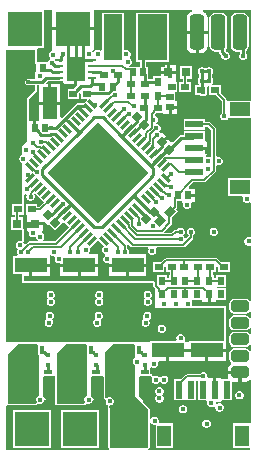
<source format=gbr>
%TF.GenerationSoftware,Altium Limited,Altium Designer,24.6.1 (21)*%
G04 Layer_Physical_Order=1*
G04 Layer_Color=255*
%FSLAX26Y26*%
%MOIN*%
%TF.SameCoordinates,E3325630-42F2-41CE-953C-F4D0AC061200*%
%TF.FilePolarity,Positive*%
%TF.FileFunction,Copper,L1,Top,Signal*%
%TF.Part,Single*%
G01*
G75*
%TA.AperFunction,SMDPad,CuDef*%
%ADD10R,0.062992X0.153543*%
%ADD11R,0.029528X0.023622*%
%ADD12R,0.031496X0.031496*%
%ADD13R,0.023622X0.025197*%
%ADD14R,0.118110X0.118110*%
%ADD15R,0.025197X0.023622*%
%ADD16R,0.023622X0.029528*%
G04:AMPARAMS|DCode=17|XSize=25.197mil|YSize=23.622mil|CornerRadius=0mil|HoleSize=0mil|Usage=FLASHONLY|Rotation=225.000|XOffset=0mil|YOffset=0mil|HoleType=Round|Shape=Rectangle|*
%AMROTATEDRECTD17*
4,1,4,0.000557,0.017260,0.017260,0.000557,-0.000557,-0.017260,-0.017260,-0.000557,0.000557,0.017260,0.0*
%
%ADD17ROTATEDRECTD17*%

G04:AMPARAMS|DCode=18|XSize=49.213mil|YSize=118.11mil|CornerRadius=12.303mil|HoleSize=0mil|Usage=FLASHONLY|Rotation=0.000|XOffset=0mil|YOffset=0mil|HoleType=Round|Shape=RoundedRectangle|*
%AMROUNDEDRECTD18*
21,1,0.049213,0.093504,0,0,0.0*
21,1,0.024606,0.118110,0,0,0.0*
1,1,0.024606,0.012303,-0.046752*
1,1,0.024606,-0.012303,-0.046752*
1,1,0.024606,-0.012303,0.046752*
1,1,0.024606,0.012303,0.046752*
%
%ADD18ROUNDEDRECTD18*%
G04:AMPARAMS|DCode=19|XSize=25.197mil|YSize=23.622mil|CornerRadius=0mil|HoleSize=0mil|Usage=FLASHONLY|Rotation=135.000|XOffset=0mil|YOffset=0mil|HoleType=Round|Shape=Rectangle|*
%AMROTATEDRECTD19*
4,1,4,0.017260,-0.000557,0.000557,-0.017260,-0.017260,0.000557,-0.000557,0.017260,0.017260,-0.000557,0.0*
%
%ADD19ROTATEDRECTD19*%

%ADD20P,0.334066X4X180.0*%
G04:AMPARAMS|DCode=21|XSize=33.858mil|YSize=10.236mil|CornerRadius=0mil|HoleSize=0mil|Usage=FLASHONLY|Rotation=135.000|XOffset=0mil|YOffset=0mil|HoleType=Round|Shape=Rectangle|*
%AMROTATEDRECTD21*
4,1,4,0.015590,-0.008352,0.008352,-0.015590,-0.015590,0.008352,-0.008352,0.015590,0.015590,-0.008352,0.0*
%
%ADD21ROTATEDRECTD21*%

G04:AMPARAMS|DCode=22|XSize=10.236mil|YSize=33.858mil|CornerRadius=0mil|HoleSize=0mil|Usage=FLASHONLY|Rotation=135.000|XOffset=0mil|YOffset=0mil|HoleType=Round|Shape=Rectangle|*
%AMROTATEDRECTD22*
4,1,4,0.015590,0.008352,-0.008352,-0.015590,-0.015590,-0.008352,0.008352,0.015590,0.015590,0.008352,0.0*
%
%ADD22ROTATEDRECTD22*%

G04:AMPARAMS|DCode=23|XSize=59.055mil|YSize=39.37mil|CornerRadius=9.842mil|HoleSize=0mil|Usage=FLASHONLY|Rotation=0.000|XOffset=0mil|YOffset=0mil|HoleType=Round|Shape=RoundedRectangle|*
%AMROUNDEDRECTD23*
21,1,0.059055,0.019685,0,0,0.0*
21,1,0.039370,0.039370,0,0,0.0*
1,1,0.019685,0.019685,-0.009843*
1,1,0.019685,-0.019685,-0.009843*
1,1,0.019685,-0.019685,0.009843*
1,1,0.019685,0.019685,0.009843*
%
%ADD23ROUNDEDRECTD23*%
%ADD24R,0.051181X0.106299*%
G04:AMPARAMS|DCode=25|XSize=62.992mil|YSize=78.74mil|CornerRadius=1.575mil|HoleSize=0mil|Usage=FLASHONLY|Rotation=180.000|XOffset=0mil|YOffset=0mil|HoleType=Round|Shape=RoundedRectangle|*
%AMROUNDEDRECTD25*
21,1,0.062992,0.075591,0,0,180.0*
21,1,0.059843,0.078740,0,0,180.0*
1,1,0.003150,-0.029921,0.037795*
1,1,0.003150,0.029921,0.037795*
1,1,0.003150,0.029921,-0.037795*
1,1,0.003150,-0.029921,-0.037795*
%
%ADD25ROUNDEDRECTD25*%
G04:AMPARAMS|DCode=26|XSize=23.622mil|YSize=9.842mil|CornerRadius=1.23mil|HoleSize=0mil|Usage=FLASHONLY|Rotation=180.000|XOffset=0mil|YOffset=0mil|HoleType=Round|Shape=RoundedRectangle|*
%AMROUNDEDRECTD26*
21,1,0.023622,0.007382,0,0,180.0*
21,1,0.021161,0.009842,0,0,180.0*
1,1,0.002461,-0.010581,0.003691*
1,1,0.002461,0.010581,0.003691*
1,1,0.002461,0.010581,-0.003691*
1,1,0.002461,-0.010581,-0.003691*
%
%ADD26ROUNDEDRECTD26*%
%TA.AperFunction,ConnectorPad*%
%ADD27R,0.062992X0.153543*%
%ADD28R,0.023622X0.061024*%
%ADD29R,0.047244X0.070866*%
%TA.AperFunction,SMDPad,CuDef*%
%ADD30R,0.013386X0.031496*%
%ADD31R,0.016535X0.025984*%
%ADD32R,0.106299X0.051181*%
%ADD33R,0.025984X0.016535*%
%ADD34R,0.031496X0.013386*%
G04:AMPARAMS|DCode=35|XSize=23.622mil|YSize=29.528mil|CornerRadius=0mil|HoleSize=0mil|Usage=FLASHONLY|Rotation=315.000|XOffset=0mil|YOffset=0mil|HoleType=Round|Shape=Rectangle|*
%AMROTATEDRECTD35*
4,1,4,-0.018791,-0.002088,0.002088,0.018791,0.018791,0.002088,-0.002088,-0.018791,-0.018791,-0.002088,0.0*
%
%ADD35ROTATEDRECTD35*%

%TA.AperFunction,ConnectorPad*%
%ADD36R,0.061024X0.023622*%
%ADD37R,0.070866X0.047244*%
%TA.AperFunction,Conductor*%
%ADD38C,0.005000*%
%ADD39C,0.010000*%
%TA.AperFunction,ViaPad*%
%ADD40C,0.017716*%
G36*
X821360Y1170354D02*
X744725D01*
Y1170354D01*
X739929Y1170848D01*
Y1172246D01*
X739347Y1175172D01*
X737689Y1177653D01*
X719661Y1195681D01*
X719567Y1196152D01*
Y1221535D01*
X693087D01*
X691016Y1226535D01*
X692851Y1228370D01*
X694961Y1233464D01*
Y1238977D01*
X692851Y1244070D01*
X691298Y1245623D01*
Y1258314D01*
X692851Y1259867D01*
X694961Y1264960D01*
Y1270473D01*
X692851Y1275566D01*
X688952Y1279465D01*
X683859Y1281575D01*
X678346D01*
X673252Y1279465D01*
X671700Y1277912D01*
X666883D01*
X665330Y1279465D01*
X660237Y1281575D01*
X654724D01*
X649630Y1279465D01*
X645732Y1275566D01*
X643622Y1270473D01*
Y1264960D01*
X645732Y1259867D01*
X648466Y1257133D01*
Y1246804D01*
X645732Y1244070D01*
X643622Y1238977D01*
Y1233464D01*
X645732Y1228370D01*
X647567Y1226535D01*
X646296Y1221535D01*
X634764D01*
Y1187913D01*
X649968D01*
X651992Y1185889D01*
X657086Y1183780D01*
X662599D01*
X667692Y1185889D01*
X669716Y1187913D01*
X674291D01*
Y1213639D01*
X678779Y1217651D01*
X679291Y1217725D01*
X680039Y1217125D01*
Y1187913D01*
X706085D01*
X706660Y1187053D01*
X724635Y1169078D01*
Y1129940D01*
X724432Y1129856D01*
X720534Y1125958D01*
X718424Y1120864D01*
Y1115351D01*
X720534Y1110258D01*
X724432Y1106360D01*
X729525Y1104250D01*
X735039D01*
X740132Y1106360D01*
X744030Y1110258D01*
X745212Y1113110D01*
X821360D01*
Y910512D01*
X744725D01*
Y853268D01*
X791703D01*
X794468Y848268D01*
X793228Y845276D01*
Y839763D01*
X795338Y834670D01*
X799237Y830771D01*
X804330Y828662D01*
X809843D01*
X814937Y830771D01*
X816360Y832195D01*
X821360Y830124D01*
Y717701D01*
X816360Y714360D01*
X815670Y714646D01*
X810157D01*
X805064Y712536D01*
X801165Y708637D01*
X799056Y703544D01*
Y698031D01*
X801165Y692937D01*
X805064Y689039D01*
X810157Y686929D01*
X815670D01*
X816360Y687215D01*
X821360Y683874D01*
Y502302D01*
X816360Y501039D01*
X813851Y504795D01*
X808941Y508076D01*
X803150Y509228D01*
X763780D01*
X757988Y508076D01*
X753079Y504795D01*
X749798Y499886D01*
X748646Y494094D01*
Y474409D01*
X749798Y468618D01*
X753079Y463709D01*
X757988Y460428D01*
X763780Y459276D01*
X803150D01*
X808941Y460428D01*
X813851Y463709D01*
X816360Y467465D01*
X821360Y466202D01*
Y447184D01*
X816360Y445921D01*
X813851Y449677D01*
X808941Y452958D01*
X803150Y454110D01*
X763780D01*
X757988Y452958D01*
X753079Y449677D01*
X749798Y444768D01*
X748646Y438976D01*
Y419291D01*
X749798Y413500D01*
X753079Y408591D01*
X757988Y405310D01*
X763780Y404158D01*
X803150D01*
X808941Y405310D01*
X813851Y408591D01*
X816360Y412347D01*
X821360Y411084D01*
Y392066D01*
X816360Y390803D01*
X813851Y394559D01*
X808941Y397839D01*
X803150Y398991D01*
X763780D01*
X757988Y397839D01*
X753079Y394559D01*
X749798Y389649D01*
X748646Y383858D01*
Y364173D01*
X749798Y358382D01*
X753079Y353472D01*
X757988Y350192D01*
X763780Y349040D01*
X803150D01*
X808941Y350192D01*
X813851Y353472D01*
X816360Y357228D01*
X821360Y355966D01*
Y336948D01*
X816360Y335685D01*
X813851Y339441D01*
X808941Y342721D01*
X803150Y343873D01*
X763780D01*
X757988Y342721D01*
X753079Y339441D01*
X749798Y334531D01*
X748646Y328740D01*
Y309055D01*
X749798Y303264D01*
X753079Y298354D01*
X754921Y297123D01*
X755181Y296005D01*
X754579Y291338D01*
X749474Y287927D01*
X745088Y281364D01*
X743548Y273622D01*
Y268779D01*
X783465D01*
Y263779D01*
X788465D01*
Y233706D01*
X803150D01*
X810892Y235246D01*
X816360Y238899D01*
X821360Y237161D01*
Y98278D01*
X819960Y93858D01*
X816360Y93858D01*
X762716D01*
Y12992D01*
X816591Y12992D01*
X819425Y7992D01*
X817982Y5412D01*
X481199D01*
X479128Y10412D01*
X481268Y12551D01*
X482853Y16378D01*
X482853Y16378D01*
Y94480D01*
X487853Y95475D01*
X488252Y94512D01*
X492150Y90614D01*
X497243Y88504D01*
X502757D01*
X502874Y88425D01*
Y12992D01*
X560118D01*
Y93858D01*
X516889D01*
X513549Y98858D01*
X513858Y99606D01*
Y105119D01*
X511748Y110212D01*
X507850Y114111D01*
X502757Y116220D01*
X497243D01*
X492150Y114111D01*
X488252Y110212D01*
X487853Y109250D01*
X482853Y110244D01*
Y142362D01*
X482853Y142362D01*
X481268Y146189D01*
X460383Y167074D01*
X462242Y171562D01*
X449156Y184648D01*
Y247640D01*
X454981Y253465D01*
X485315D01*
X485315Y253465D01*
Y253464D01*
X489177Y250926D01*
X492447Y247656D01*
X492189Y247397D01*
X490079Y242304D01*
Y236791D01*
X492189Y231697D01*
X492463Y231423D01*
Y227389D01*
X495315Y228571D01*
X496087Y227799D01*
X501180Y225689D01*
X506694D01*
X511787Y227799D01*
X514731Y230743D01*
X517717Y231311D01*
X520702Y230743D01*
X523646Y227799D01*
X528740Y225689D01*
X534253D01*
X539346Y227799D01*
X543245Y231697D01*
X545354Y236791D01*
Y242304D01*
X543245Y247397D01*
X539346Y251296D01*
X534253Y253405D01*
X528740D01*
X523646Y251296D01*
X520702Y248352D01*
X517716Y247784D01*
X514731Y248352D01*
X511787Y251296D01*
X506694Y253405D01*
X501180D01*
X496087Y251296D01*
X495315Y250524D01*
X490315Y252595D01*
Y259410D01*
X485315D01*
Y279354D01*
X489308Y282432D01*
X490213Y281527D01*
X495306Y279417D01*
X500820D01*
X505913Y281527D01*
X509811Y285426D01*
X511921Y290519D01*
Y296032D01*
X511109Y297992D01*
X514450Y302992D01*
X538307D01*
Y338583D01*
X548307D01*
Y302992D01*
X606457D01*
Y302992D01*
X610079D01*
Y302992D01*
X668228D01*
Y338583D01*
X673228D01*
Y343583D01*
X736378D01*
Y367665D01*
X736689Y368133D01*
X737595Y372758D01*
X737486Y373293D01*
X737696Y373798D01*
Y480315D01*
X736110Y484142D01*
X732284Y485727D01*
X625870D01*
X624094Y488385D01*
Y493898D01*
X623703Y494842D01*
X624173Y499842D01*
X624173Y499843D01*
X624875Y504552D01*
X624921Y504842D01*
X629173Y504842D01*
X658543Y504842D01*
X659291Y500152D01*
Y499842D01*
X676102D01*
Y524606D01*
X686102D01*
Y499842D01*
X702913D01*
Y500152D01*
X703662Y504842D01*
X707913Y504842D01*
X737283D01*
Y544370D01*
X709281Y544370D01*
X707221Y547820D01*
X708779Y550118D01*
X737283D01*
Y589646D01*
X703661D01*
Y577529D01*
X697913D01*
Y589646D01*
X693670D01*
Y597362D01*
X705787D01*
Y614181D01*
X710787Y616854D01*
X711535Y616354D01*
Y597362D01*
X751063D01*
Y630984D01*
X722350D01*
X710131Y643202D01*
X707651Y644860D01*
X704724Y645442D01*
X539370D01*
X536444Y644860D01*
X533963Y643202D01*
X521745Y630984D01*
X493031D01*
Y597362D01*
X532559D01*
Y616354D01*
X533307Y616854D01*
X538307Y614181D01*
Y597362D01*
X550424D01*
Y589646D01*
X546181D01*
Y577529D01*
X540433D01*
Y589646D01*
X506811D01*
Y558328D01*
X501811Y555647D01*
X501114Y556111D01*
Y562992D01*
X499529Y566819D01*
X495702Y568404D01*
X64467D01*
Y586457D01*
X81614D01*
Y622047D01*
X86614D01*
Y627047D01*
X149764D01*
Y654099D01*
X154764Y655736D01*
X157504Y652996D01*
X162598Y650886D01*
X164403D01*
X167744Y645886D01*
X167165Y644489D01*
Y638976D01*
X169275Y633882D01*
X173174Y629984D01*
X178267Y627874D01*
X183780D01*
X184882Y627138D01*
Y627047D01*
X311181D01*
Y657638D01*
X282732D01*
X280661Y662638D01*
X281677Y663654D01*
X283787Y668747D01*
Y674260D01*
X283615Y674675D01*
X284021Y679507D01*
X311442Y706928D01*
X331767Y686604D01*
X331343Y684472D01*
X327445Y680574D01*
X325335Y675480D01*
Y669967D01*
X327445Y664874D01*
X331343Y660975D01*
X335481Y659261D01*
X336144Y655792D01*
X335978Y654055D01*
X334591Y653481D01*
X330693Y649582D01*
X328583Y644489D01*
Y638976D01*
X330693Y633882D01*
X334591Y629984D01*
X339684Y627874D01*
X345197D01*
X346299Y627138D01*
Y627047D01*
X472598D01*
Y657638D01*
X417878D01*
X415101Y661795D01*
X415433Y662598D01*
Y668111D01*
X413323Y673204D01*
X409425Y677103D01*
X409222Y677187D01*
Y686783D01*
X408640Y689709D01*
X412599Y692782D01*
X421812Y683569D01*
X421812Y683569D01*
X424293Y681912D01*
X427220Y681329D01*
X427220Y681330D01*
X477495D01*
X478787Y679452D01*
X480041Y676330D01*
X478268Y672048D01*
Y666535D01*
X480378Y661441D01*
X484276Y657543D01*
X489369Y655433D01*
X494883D01*
X499976Y657543D01*
X503874Y661441D01*
X505984Y666535D01*
Y672048D01*
X504211Y676330D01*
X505465Y679452D01*
X506757Y681330D01*
X594488D01*
X597415Y681912D01*
X599895Y683569D01*
X626096Y709770D01*
X627754Y712251D01*
X628336Y715177D01*
Y720451D01*
X628539Y720535D01*
X632437Y724433D01*
X634547Y729527D01*
Y735040D01*
X632437Y740134D01*
X628539Y744032D01*
X623446Y746142D01*
X617932D01*
X612839Y744032D01*
X608941Y740134D01*
X606831Y735040D01*
Y729527D01*
X608941Y724433D01*
X612839Y720535D01*
X610769Y716072D01*
X605678Y710981D01*
X600469Y712843D01*
X598949Y716511D01*
X598255Y717206D01*
X595111Y720472D01*
X598255Y723739D01*
X598949Y724433D01*
X601059Y729527D01*
Y735040D01*
X598949Y740134D01*
X595051Y744032D01*
X589957Y746142D01*
X584444D01*
X579351Y744032D01*
X575452Y740134D01*
X575368Y739930D01*
X570866D01*
X567940Y739348D01*
X565459Y737691D01*
X555888Y728119D01*
X533406D01*
X531335Y733119D01*
X554759Y756543D01*
X554760Y756544D01*
X556417Y759024D01*
X556999Y761951D01*
Y781256D01*
X577303Y801560D01*
X570823Y808040D01*
X572336Y809553D01*
X573994Y812034D01*
X574576Y814961D01*
Y836732D01*
X590000D01*
Y831732D01*
X591935D01*
X595276Y826732D01*
X594803Y825591D01*
Y820078D01*
X596913Y814985D01*
X600811Y811086D01*
X605905Y808976D01*
X611418D01*
X616511Y811086D01*
X620410Y814985D01*
X622519Y820078D01*
Y825591D01*
X622047Y826732D01*
X625388Y831732D01*
X633622D01*
Y849331D01*
X611811D01*
Y859331D01*
X633622D01*
Y876929D01*
X614749D01*
X612835Y881549D01*
X629152Y897865D01*
X665354D01*
X668281Y898447D01*
X670761Y900105D01*
X702258Y931601D01*
X703915Y934082D01*
X704497Y937008D01*
Y951700D01*
X709497Y955041D01*
X710452Y954646D01*
X715965D01*
X721059Y956755D01*
X724957Y960654D01*
X727067Y965747D01*
Y971260D01*
X724957Y976354D01*
X721059Y980252D01*
X715965Y982362D01*
X710452D01*
X709497Y981967D01*
X704497Y985308D01*
Y1074803D01*
X703915Y1077730D01*
X702258Y1080210D01*
X686510Y1095958D01*
X684029Y1097616D01*
X681103Y1098198D01*
X668110D01*
Y1107362D01*
X597087D01*
Y1073740D01*
X668110D01*
Y1082904D01*
X677935D01*
X689203Y1071636D01*
Y982938D01*
X686903Y981529D01*
X684203Y980507D01*
X679725Y982362D01*
X674212D01*
X673342Y982002D01*
X669438Y984767D01*
X670076Y989566D01*
X672800Y990000D01*
X673110D01*
Y1006811D01*
X632598D01*
Y1016811D01*
X673110D01*
Y1033622D01*
X672800D01*
X668110Y1034370D01*
X668110Y1038622D01*
Y1067992D01*
X597087D01*
Y1054961D01*
X587087D01*
X583185Y1054185D01*
X579877Y1051975D01*
X560301Y1032398D01*
X555672Y1031502D01*
X543785Y1043389D01*
X527805Y1027409D01*
X520734Y1034480D01*
X536714Y1050460D01*
X524827Y1062347D01*
X524481Y1062002D01*
X519622Y1062968D01*
X515724Y1066866D01*
X515543Y1067774D01*
X517669Y1069900D01*
X519779Y1074994D01*
Y1080507D01*
X517669Y1085600D01*
X513771Y1089499D01*
X508678Y1091609D01*
X508042D01*
X505971Y1096609D01*
X507811Y1098449D01*
X509921Y1103543D01*
Y1109056D01*
X507811Y1114149D01*
X503913Y1118048D01*
X501917Y1118874D01*
X500744Y1124772D01*
X503970Y1127998D01*
X504545Y1128858D01*
X528583D01*
Y1126220D01*
X546181D01*
Y1148032D01*
X551181D01*
Y1153032D01*
X573779D01*
Y1169842D01*
X568779D01*
X568780Y1199488D01*
X573682Y1199724D01*
X575866D01*
Y1233346D01*
X571784D01*
X571024Y1238031D01*
X571024Y1238346D01*
Y1258780D01*
X545275D01*
X519528D01*
Y1251063D01*
X495000D01*
Y1241987D01*
X480962D01*
X479016Y1246181D01*
Y1281378D01*
X472401D01*
Y1300118D01*
X548307D01*
Y1463661D01*
X437913D01*
Y1300118D01*
X452009D01*
Y1284914D01*
X448473Y1281378D01*
X445394D01*
X440394Y1281378D01*
X418987D01*
X418248Y1281525D01*
X416026D01*
X415031Y1286525D01*
X417299Y1287464D01*
X421197Y1291363D01*
X423307Y1296456D01*
Y1301969D01*
X421197Y1307063D01*
X417299Y1310961D01*
X416973Y1316508D01*
X417339Y1316874D01*
X419449Y1321968D01*
Y1327481D01*
X417339Y1332574D01*
X413441Y1336473D01*
X408347Y1338583D01*
X402834D01*
X401732Y1338126D01*
X396732Y1341467D01*
Y1463661D01*
X323740D01*
Y1338691D01*
X318740Y1336620D01*
X317628Y1337733D01*
X312534Y1339842D01*
X307021D01*
X301928Y1337733D01*
X298319Y1334124D01*
X297750Y1333815D01*
X294800Y1333613D01*
X292603Y1335397D01*
X295356Y1340394D01*
X297402D01*
Y1404449D01*
X159291D01*
Y1340394D01*
X157408Y1336174D01*
X153567Y1334583D01*
X149669Y1330685D01*
X147559Y1325591D01*
Y1320078D01*
X149669Y1314985D01*
X151484Y1313169D01*
X150509Y1307353D01*
X149025Y1306738D01*
X145127Y1302840D01*
X143017Y1297747D01*
Y1297126D01*
X110748D01*
X107774Y1300894D01*
Y1338583D01*
X107024Y1340394D01*
X109738Y1345394D01*
X130984D01*
Y1470967D01*
X159291D01*
Y1414449D01*
X297402D01*
Y1470967D01*
X623090D01*
X623583Y1465967D01*
X620727Y1465399D01*
X613350Y1460469D01*
X608420Y1453092D01*
X606689Y1444390D01*
Y1402638D01*
X676775D01*
Y1444390D01*
X675044Y1453092D01*
X670115Y1460469D01*
X662738Y1465399D01*
X659882Y1465967D01*
X660374Y1470967D01*
X821360D01*
Y1170354D01*
D02*
G37*
G36*
X241220Y1224332D02*
X242446Y1221374D01*
X231885Y1210814D01*
X231157Y1209724D01*
X209567D01*
Y1176102D01*
X249095D01*
Y1195369D01*
X249843Y1195869D01*
X254843Y1193196D01*
Y1176102D01*
X273040D01*
X274953Y1171483D01*
X265988Y1162518D01*
X244628D01*
X240727Y1161742D01*
X237419Y1159532D01*
X189816Y1111929D01*
X185197Y1113843D01*
Y1156417D01*
X149606D01*
X114016D01*
Y1101339D01*
X105788D01*
Y1078740D01*
X95788D01*
Y1101339D01*
X80215D01*
Y1174924D01*
X106189Y1200898D01*
X107774Y1204724D01*
X107774Y1204725D01*
Y1222088D01*
X114016D01*
Y1166417D01*
X144606D01*
Y1224567D01*
X138869D01*
X136797Y1229567D01*
X143098Y1235867D01*
X181102D01*
X181870Y1236020D01*
X191683D01*
X194114Y1236503D01*
X195232Y1234103D01*
X195396Y1233279D01*
X197954Y1229450D01*
X201783Y1226892D01*
X206299Y1225994D01*
X231220D01*
Y1275591D01*
X241220D01*
Y1224332D01*
D02*
G37*
G36*
X116988Y846540D02*
X132265Y831263D01*
X115735Y814734D01*
X109331D01*
Y823898D01*
X69803D01*
Y790276D01*
X73885D01*
X74646Y785590D01*
X74646D01*
Y764842D01*
X100394D01*
X126142D01*
Y766990D01*
X130761Y768904D01*
X143712Y755953D01*
X147248Y759488D01*
X168210Y738525D01*
X193098Y763413D01*
X196673Y766855D01*
X200504Y763024D01*
X212246Y751282D01*
X212933Y745255D01*
X212808Y744773D01*
X168595Y700560D01*
X128266D01*
X127533Y701904D01*
X126734Y705560D01*
X129859Y708685D01*
X131968Y713779D01*
Y719292D01*
X129859Y724385D01*
X125960Y728284D01*
X124003Y729095D01*
X124998Y734095D01*
X126142D01*
Y754842D01*
X100394D01*
X74646D01*
Y734095D01*
X78631D01*
X80630Y731103D01*
Y725590D01*
X82740Y720496D01*
X86638Y716598D01*
X91732Y714488D01*
X97245D01*
X99252Y715320D01*
X103981Y713862D01*
X104743Y712594D01*
X106362Y708685D01*
X109487Y705560D01*
X108687Y701904D01*
X107954Y700560D01*
X82678D01*
X82677Y700560D01*
X79751Y699978D01*
X77270Y698321D01*
X77270Y698320D01*
X70039Y691090D01*
X68097Y691340D01*
X64621Y692743D01*
X62929Y696826D01*
X62467Y697288D01*
X62882Y702111D01*
X63494Y703590D01*
X64372Y704928D01*
X64264Y705448D01*
X64467Y705938D01*
Y739095D01*
X62882Y742921D01*
X62087Y743251D01*
Y780591D01*
X48985D01*
Y790276D01*
X64055D01*
Y822903D01*
X64467Y823898D01*
Y856553D01*
X68958Y859449D01*
X70650Y858753D01*
X72806Y853271D01*
X72756Y853149D01*
Y847635D01*
X74866Y842542D01*
X78764Y838644D01*
X83857Y836534D01*
X89371D01*
X94464Y838644D01*
X98362Y842542D01*
X100472Y847635D01*
Y853149D01*
X98362Y858242D01*
X102002Y861526D01*
X116988Y846540D01*
D02*
G37*
G36*
X102362Y1242479D02*
X78740D01*
X74838Y1241703D01*
X71531Y1239493D01*
X69320Y1236185D01*
X68544Y1232284D01*
X69320Y1228382D01*
X71531Y1225074D01*
X74838Y1222864D01*
X78740Y1222088D01*
X102362D01*
Y1204724D01*
X74803Y1177165D01*
Y1035433D01*
X59055Y1019685D01*
Y1011205D01*
X57812Y1009344D01*
X56736Y1003937D01*
X57812Y998530D01*
X59055Y996669D01*
Y989492D01*
X57094Y989102D01*
X52510Y986039D01*
X49447Y981455D01*
X48371Y976048D01*
X49447Y970640D01*
X52510Y966057D01*
X57094Y962994D01*
X59055Y962603D01*
Y823898D01*
X24527D01*
Y790276D01*
X33692D01*
Y780591D01*
X20590D01*
Y739095D01*
X59055D01*
Y705938D01*
X54055Y702534D01*
X51181Y703106D01*
X45774Y702030D01*
X41190Y698968D01*
X38127Y694384D01*
X37051Y688976D01*
X38127Y683569D01*
X41190Y678985D01*
X41752Y678610D01*
X45127Y675346D01*
X42064Y670761D01*
X40988Y665354D01*
X42064Y659947D01*
X43607Y657638D01*
X40934Y652638D01*
X28465D01*
Y591457D01*
X59055D01*
Y562992D01*
X495702D01*
Y552973D01*
X496284Y550047D01*
X497942Y547566D01*
X500000Y545508D01*
Y480315D01*
X522724D01*
X523646Y479393D01*
X528740Y477284D01*
X534253D01*
X539346Y479393D01*
X540268Y480315D01*
X562094D01*
X563016Y479393D01*
X568110Y477284D01*
X573623D01*
X578716Y479393D01*
X579638Y480315D01*
X601465D01*
X602386Y479393D01*
X607480Y477284D01*
X612993D01*
X618086Y479393D01*
X619008Y480315D01*
X732284D01*
Y373798D01*
X731378Y369173D01*
X615079D01*
Y366142D01*
X605201D01*
X601457Y369173D01*
D01*
X599607Y374173D01*
X600063Y375275D01*
Y380788D01*
X597953Y385882D01*
X594055Y389780D01*
X588962Y391890D01*
X583448D01*
X578355Y389780D01*
X574457Y385882D01*
X572347Y380788D01*
Y375275D01*
X572803Y374173D01*
X569462Y369173D01*
X485158D01*
Y366142D01*
X5412D01*
Y562992D01*
Y1338583D01*
X102362D01*
Y1242479D01*
D02*
G37*
G36*
X273150Y356575D02*
Y320591D01*
X275591D01*
Y186598D01*
X271678Y184977D01*
X267779Y181078D01*
X265669Y175985D01*
Y170472D01*
X267779Y165378D01*
X267921Y165236D01*
X265850Y160236D01*
X173228D01*
Y326771D01*
X204724Y358268D01*
X268851D01*
X273150Y356575D01*
D02*
G37*
G36*
X111733D02*
Y320591D01*
X114173D01*
Y186598D01*
X110260Y184977D01*
X106362Y181078D01*
X104252Y175985D01*
Y170472D01*
X106362Y165378D01*
X106504Y165236D01*
X104433Y160236D01*
X11811D01*
Y326772D01*
X43307Y358268D01*
X107434D01*
X111733Y356575D01*
D02*
G37*
G36*
X323898Y253465D02*
Y253464D01*
X327760Y250926D01*
X330297Y248389D01*
Y179819D01*
X330709Y178825D01*
Y177748D01*
X331046Y177411D01*
Y173072D01*
X333170Y174200D01*
X336947Y171585D01*
X336536Y170591D01*
Y165078D01*
X338645Y159985D01*
X342544Y156086D01*
X345380Y154912D01*
X343779Y151048D01*
Y149971D01*
X343367Y148977D01*
X343779Y147982D01*
Y146905D01*
X344541Y146144D01*
X344952Y145150D01*
X346045Y144058D01*
Y16378D01*
X346044Y16378D01*
X347630Y12551D01*
X348243Y10186D01*
X345215Y5412D01*
X5412D01*
Y152449D01*
X10412Y155404D01*
X11811Y154824D01*
X104433D01*
X105427Y155236D01*
X106504D01*
X107265Y155998D01*
X108260Y156410D01*
X108497Y156983D01*
X111743Y160866D01*
X115354Y159370D01*
X120867D01*
X125960Y161480D01*
X129859Y165378D01*
X131968Y170472D01*
Y171693D01*
X139276D01*
X126321Y184648D01*
Y247640D01*
X132146Y253465D01*
X162480D01*
X162480Y253465D01*
Y253464D01*
X166342Y250926D01*
X167816Y249452D01*
Y166832D01*
Y160236D01*
X169401Y156410D01*
X173228Y154824D01*
X265850D01*
X266844Y155236D01*
X267921D01*
X268682Y155998D01*
X269677Y156410D01*
X269914Y156983D01*
X273160Y160866D01*
X276771Y159370D01*
X282284D01*
X287378Y161480D01*
X291276Y165378D01*
X293386Y170472D01*
Y171693D01*
X300693D01*
X287738Y184648D01*
Y247640D01*
X293563Y253465D01*
X323898D01*
X323898Y253465D01*
D02*
G37*
G36*
X434134Y354961D02*
Y311556D01*
X432928Y311056D01*
X429029Y307158D01*
X426919Y302064D01*
Y296551D01*
X429029Y291457D01*
X432928Y287559D01*
X434134Y287059D01*
Y185669D01*
X477441Y142362D01*
Y16378D01*
X473504Y12441D01*
X355394D01*
X351457Y16378D01*
Y146299D01*
X348779Y148977D01*
X350850Y153977D01*
X353150D01*
X358244Y156086D01*
X362142Y159985D01*
X364252Y165078D01*
Y170591D01*
X362142Y175685D01*
X358244Y179583D01*
X353150Y181693D01*
X347637D01*
X342544Y179583D01*
X340709Y177748D01*
X335709Y179819D01*
Y331339D01*
X363268Y358898D01*
X430197D01*
X434134Y354961D01*
D02*
G37*
%LPC*%
G36*
X676775Y1392638D02*
X646732D01*
Y1328146D01*
X654035D01*
X662738Y1329877D01*
X670115Y1334806D01*
X675044Y1342184D01*
X676775Y1350886D01*
Y1392638D01*
D02*
G37*
G36*
X636732D02*
X606689D01*
Y1350886D01*
X608420Y1342184D01*
X613350Y1334806D01*
X620727Y1329877D01*
X629429Y1328146D01*
X636732D01*
Y1392638D01*
D02*
G37*
G36*
X795768Y1462032D02*
X771162D01*
X764410Y1460689D01*
X758687Y1456865D01*
X754862Y1451141D01*
X753519Y1444390D01*
Y1350886D01*
X754862Y1344134D01*
X758687Y1338411D01*
X764410Y1334587D01*
X771162Y1333244D01*
X784943D01*
X785023Y1328244D01*
X783527Y1326748D01*
X781417Y1321654D01*
Y1316141D01*
X783527Y1311048D01*
X787426Y1307149D01*
X792519Y1305039D01*
X798032D01*
X803126Y1307149D01*
X807024Y1311048D01*
X809134Y1316141D01*
Y1321654D01*
X807024Y1326748D01*
X805471Y1328300D01*
Y1336559D01*
X808243Y1338411D01*
X812067Y1344134D01*
X813410Y1350886D01*
Y1444390D01*
X812067Y1451141D01*
X808243Y1456865D01*
X802519Y1460689D01*
X795768Y1462032D01*
D02*
G37*
G36*
X724902D02*
X700295D01*
X693544Y1460689D01*
X687820Y1456865D01*
X683996Y1451141D01*
X682653Y1444390D01*
Y1350886D01*
X683996Y1344134D01*
X687820Y1338411D01*
X693544Y1334587D01*
X700295Y1333244D01*
X713284D01*
Y1331638D01*
X714060Y1327736D01*
X716270Y1324429D01*
X722362Y1318337D01*
Y1316141D01*
X724472Y1311048D01*
X728370Y1307149D01*
X733464Y1305039D01*
X738977D01*
X744071Y1307149D01*
X747969Y1311048D01*
X750079Y1316141D01*
Y1321654D01*
X747969Y1326748D01*
X744071Y1330646D01*
X738977Y1332756D01*
X737280Y1337494D01*
X737376Y1338411D01*
X741201Y1344134D01*
X742544Y1350886D01*
Y1444390D01*
X741201Y1451141D01*
X737376Y1456865D01*
X731653Y1460689D01*
X724902Y1462032D01*
D02*
G37*
G36*
X571024Y1289527D02*
X550275D01*
Y1268780D01*
X571024D01*
Y1289527D01*
D02*
G37*
G36*
X540275D02*
X519528D01*
Y1268780D01*
X540275D01*
Y1289527D01*
D02*
G37*
G36*
X625079Y1284527D02*
X583583D01*
Y1243031D01*
X593731D01*
Y1233346D01*
X581614D01*
Y1199724D01*
X621142D01*
Y1233346D01*
X609025D01*
Y1243031D01*
X625079D01*
Y1284527D01*
D02*
G37*
G36*
X573779Y1143032D02*
X556181D01*
Y1126220D01*
X573779D01*
Y1143032D01*
D02*
G37*
G36*
X699606Y746140D02*
X694092D01*
X688999Y744030D01*
X685101Y740132D01*
X682991Y735039D01*
Y729525D01*
X685101Y724432D01*
X688999Y720534D01*
X694092Y718424D01*
X699606D01*
X704699Y720534D01*
X708597Y724432D01*
X710707Y729525D01*
Y735039D01*
X708597Y740132D01*
X704699Y744030D01*
X699606Y746140D01*
D02*
G37*
G36*
X472598Y617047D02*
X414449D01*
Y586457D01*
X472598D01*
Y617047D01*
D02*
G37*
G36*
X404449D02*
X346299D01*
Y586457D01*
X404449D01*
Y617047D01*
D02*
G37*
G36*
X311181D02*
X253031D01*
Y586457D01*
X311181D01*
Y617047D01*
D02*
G37*
G36*
X243031D02*
X184882D01*
Y586457D01*
X243031D01*
Y617047D01*
D02*
G37*
G36*
X149764D02*
X91614D01*
Y586457D01*
X149764D01*
Y617047D01*
D02*
G37*
G36*
X736378Y333583D02*
X678228D01*
Y302992D01*
X736378D01*
Y333583D01*
D02*
G37*
G36*
X664595Y264917D02*
X659082D01*
X653989Y262807D01*
X650090Y258909D01*
X650006Y258706D01*
X609051D01*
X606125Y258124D01*
X603644Y256466D01*
X588674Y241496D01*
X565866D01*
Y170472D01*
X599488D01*
Y226866D01*
X600236Y227365D01*
X605236Y224693D01*
Y170472D01*
X638858D01*
Y236935D01*
X641732Y238595D01*
X644606Y236935D01*
Y170472D01*
X672234D01*
X675574Y165472D01*
X675118Y164371D01*
Y158858D01*
X677228Y153764D01*
X681126Y149866D01*
X686220Y147756D01*
X691733D01*
X696826Y149866D01*
X698058Y151097D01*
X700855Y150028D01*
X702677Y148645D01*
Y143818D01*
X704787Y138725D01*
X708685Y134826D01*
X713779Y132717D01*
X719292D01*
X724385Y134826D01*
X728284Y138725D01*
X730394Y143818D01*
Y149331D01*
X728284Y154425D01*
X724385Y158323D01*
X719292Y160433D01*
X713779D01*
X708685Y158323D01*
X707454Y157092D01*
X704656Y158161D01*
X702835Y159543D01*
Y164371D01*
X703571Y165472D01*
X722598D01*
Y165782D01*
X723346Y170472D01*
X727598Y170472D01*
X756968D01*
Y231120D01*
X760833Y234292D01*
X763780Y233706D01*
X778465D01*
Y258779D01*
X743548D01*
Y253937D01*
X745028Y246496D01*
X745029Y245624D01*
X742462Y241496D01*
X723346Y241496D01*
X722598Y246186D01*
Y246496D01*
X705787D01*
Y205984D01*
X695787D01*
Y246496D01*
X680316D01*
X678248Y247305D01*
X675697Y250138D01*
Y253816D01*
X673587Y258909D01*
X669689Y262807D01*
X664595Y264917D01*
D02*
G37*
G36*
X785316Y201929D02*
X779803D01*
X774709Y199819D01*
X770811Y195921D01*
X768701Y190827D01*
Y185314D01*
X770811Y180221D01*
X774709Y176322D01*
X779803Y174213D01*
X785316D01*
X790409Y176322D01*
X794308Y180221D01*
X796417Y185314D01*
Y190827D01*
X794308Y195921D01*
X790409Y199819D01*
X785316Y201929D01*
D02*
G37*
G36*
X518505Y214646D02*
X512991D01*
X507898Y212536D01*
X504000Y208637D01*
X501890Y203544D01*
Y198031D01*
X504000Y192937D01*
X504694Y192243D01*
X507838Y188976D01*
X504694Y185710D01*
X504000Y185015D01*
X501890Y179922D01*
Y174409D01*
X504000Y169315D01*
X507898Y165417D01*
X512991Y163307D01*
X518505D01*
X523598Y165417D01*
X527496Y169315D01*
X529606Y174409D01*
Y179922D01*
X527496Y185015D01*
X526802Y185710D01*
X523658Y188976D01*
X526802Y192243D01*
X527496Y192937D01*
X529606Y198031D01*
Y203544D01*
X527496Y208637D01*
X523598Y212536D01*
X518505Y214646D01*
D02*
G37*
G36*
X597245Y155590D02*
X591732D01*
X586638Y153481D01*
X582740Y149582D01*
X580630Y144489D01*
Y138976D01*
X582740Y133882D01*
X586638Y129984D01*
X591732Y127874D01*
X597245D01*
X602338Y129984D01*
X606237Y133882D01*
X608346Y138976D01*
Y144489D01*
X606237Y149582D01*
X602338Y153481D01*
X597245Y155590D01*
D02*
G37*
G36*
X675985Y106772D02*
X670472D01*
X665378Y104662D01*
X661480Y100763D01*
X659370Y95670D01*
Y90157D01*
X661480Y85064D01*
X665378Y81165D01*
X670472Y79055D01*
X675985D01*
X681078Y81165D01*
X684977Y85064D01*
X687086Y90157D01*
Y95670D01*
X684977Y100763D01*
X681078Y104662D01*
X675985Y106772D01*
D02*
G37*
G36*
X185197Y1224567D02*
X154606D01*
Y1166417D01*
X185197D01*
Y1224567D01*
D02*
G37*
G36*
X479213Y536378D02*
X473700D01*
X468607Y534268D01*
X464708Y530370D01*
X462599Y525276D01*
Y519763D01*
X464708Y514670D01*
X468217Y511162D01*
X464708Y507653D01*
X462599Y502560D01*
Y497047D01*
X464708Y491953D01*
X468607Y488055D01*
X473700Y485945D01*
X479213D01*
X484307Y488055D01*
X488205Y491953D01*
X490315Y497047D01*
Y502560D01*
X488205Y507653D01*
X484697Y511161D01*
X488205Y514670D01*
X490315Y519763D01*
Y525276D01*
X488205Y530370D01*
X484307Y534268D01*
X479213Y536378D01*
D02*
G37*
G36*
X317796D02*
X312283D01*
X307189Y534268D01*
X303291Y530370D01*
X301181Y525276D01*
Y519763D01*
X303291Y514670D01*
X306799Y511161D01*
X303291Y507653D01*
X301181Y502560D01*
Y497047D01*
X303291Y491953D01*
X307189Y488055D01*
X312283Y485945D01*
X317796D01*
X322889Y488055D01*
X326788Y491953D01*
X328898Y497047D01*
Y502560D01*
X326788Y507653D01*
X323279Y511161D01*
X326788Y514670D01*
X328898Y519763D01*
Y525276D01*
X326788Y530370D01*
X322889Y534268D01*
X317796Y536378D01*
D02*
G37*
G36*
X156379D02*
X150865D01*
X145772Y534268D01*
X141874Y530370D01*
X139764Y525276D01*
Y519763D01*
X141874Y514670D01*
X145382Y511161D01*
X141874Y507653D01*
X139764Y502560D01*
Y497047D01*
X141874Y491953D01*
X145772Y488055D01*
X150865Y485945D01*
X156379D01*
X161472Y488055D01*
X165370Y491953D01*
X167480Y497047D01*
Y502560D01*
X165370Y507653D01*
X161862Y511161D01*
X165370Y514670D01*
X167480Y519763D01*
Y525276D01*
X165370Y530370D01*
X161472Y534268D01*
X156379Y536378D01*
D02*
G37*
G36*
X477843Y466225D02*
X472329D01*
X467236Y464115D01*
X463338Y460217D01*
X461228Y455123D01*
Y449610D01*
X462338Y446930D01*
X462111Y441984D01*
X458212Y438086D01*
X456103Y432993D01*
Y427479D01*
X458212Y422386D01*
X462111Y418488D01*
X467204Y416378D01*
X472717D01*
X477811Y418488D01*
X481709Y422386D01*
X483819Y427479D01*
Y432993D01*
X482709Y435673D01*
X482936Y440618D01*
X486834Y444517D01*
X488944Y449610D01*
Y455123D01*
X486834Y460217D01*
X482936Y464115D01*
X477843Y466225D01*
D02*
G37*
G36*
X316425D02*
X310912D01*
X305819Y464115D01*
X301920Y460217D01*
X299811Y455123D01*
Y449610D01*
X300723Y447409D01*
X300693Y441984D01*
X296795Y438086D01*
X294685Y432993D01*
Y427479D01*
X296795Y422386D01*
X300693Y418488D01*
X305787Y416378D01*
X311300D01*
X316394Y418488D01*
X320292Y422386D01*
X322402Y427479D01*
Y432993D01*
X321490Y435194D01*
X321519Y440618D01*
X325417Y444517D01*
X327527Y449610D01*
Y455123D01*
X325417Y460217D01*
X321519Y464115D01*
X316425Y466225D01*
D02*
G37*
G36*
X153675Y466492D02*
X148162D01*
X143069Y464382D01*
X139171Y460484D01*
X137061Y455390D01*
Y449877D01*
X138262Y446976D01*
X139276Y441984D01*
X135378Y438086D01*
X133268Y432993D01*
Y427479D01*
X135378Y422386D01*
X139276Y418488D01*
X144370Y416378D01*
X149883D01*
X154976Y418488D01*
X158875Y422386D01*
X160984Y427479D01*
Y432993D01*
X159783Y435893D01*
X158769Y440885D01*
X162667Y444784D01*
X164777Y449877D01*
Y455390D01*
X162667Y460484D01*
X158769Y464382D01*
X153675Y466492D01*
D02*
G37*
G36*
X526379Y423228D02*
X520865D01*
X515772Y421118D01*
X511874Y417220D01*
X509764Y412127D01*
Y406613D01*
X511874Y401520D01*
X515772Y397622D01*
X520865Y395512D01*
X526379D01*
X531472Y397622D01*
X535370Y401520D01*
X537480Y406613D01*
Y412127D01*
X535370Y417220D01*
X531472Y421118D01*
X526379Y423228D01*
D02*
G37*
G36*
X316024Y138858D02*
X187913D01*
Y10748D01*
X316024D01*
Y138858D01*
D02*
G37*
G36*
X154606D02*
X26496D01*
Y10748D01*
X154606D01*
Y138858D01*
D02*
G37*
%LPD*%
D10*
X511811Y1381890D02*
D03*
D11*
X556102Y1216535D02*
D03*
X601378D02*
D03*
X89567Y807087D02*
D03*
X44291D02*
D03*
X510827Y1145669D02*
D03*
X465551D02*
D03*
X654528Y1204724D02*
D03*
X699803D02*
D03*
X229331Y1192913D02*
D03*
X274606D02*
D03*
X376969Y1255906D02*
D03*
X331693D02*
D03*
X422244Y1224409D02*
D03*
X467520D02*
D03*
Y1185040D02*
D03*
X422244D02*
D03*
X558071Y614173D02*
D03*
X512795D02*
D03*
X599409D02*
D03*
X644685D02*
D03*
X731299D02*
D03*
X686024D02*
D03*
D12*
X41339Y759842D02*
D03*
X100394D02*
D03*
X604331Y1263779D02*
D03*
X545275D02*
D03*
D13*
X92913Y1279528D02*
D03*
X127559D02*
D03*
X462205Y1263780D02*
D03*
X427559D02*
D03*
X359843Y1216535D02*
D03*
X325197D02*
D03*
X611811Y854331D02*
D03*
X577165D02*
D03*
X135433Y1078740D02*
D03*
X100787D02*
D03*
D14*
X66929Y1409449D02*
D03*
X228346D02*
D03*
X413386Y74803D02*
D03*
X251969D02*
D03*
X90551D02*
D03*
D15*
X551181Y1182677D02*
D03*
Y1148032D02*
D03*
D16*
X511811Y1186024D02*
D03*
Y1231299D02*
D03*
X562992Y524606D02*
D03*
Y569882D02*
D03*
X641732D02*
D03*
Y524606D02*
D03*
X720472Y569882D02*
D03*
Y524606D02*
D03*
X523622D02*
D03*
Y569882D02*
D03*
X602362Y524606D02*
D03*
Y569882D02*
D03*
X681102Y524606D02*
D03*
Y569882D02*
D03*
D17*
X465005Y1090113D02*
D03*
X440507Y1114611D02*
D03*
X168767Y762857D02*
D03*
X144269Y787355D02*
D03*
X548768Y1006447D02*
D03*
X524270Y1030945D02*
D03*
D18*
X783465Y1397638D02*
D03*
X641732D02*
D03*
X712598D02*
D03*
D19*
X472003Y775153D02*
D03*
X496501Y799651D02*
D03*
D20*
X311442Y930029D02*
D03*
D21*
X83581Y949098D02*
D03*
X97500Y963018D02*
D03*
X111420Y976937D02*
D03*
X125339Y990857D02*
D03*
X139259Y1004776D02*
D03*
X153178Y1018696D02*
D03*
X167098Y1032615D02*
D03*
X181017Y1046534D02*
D03*
X194936Y1060454D02*
D03*
X208856Y1074373D02*
D03*
X222775Y1088293D02*
D03*
X236695Y1102212D02*
D03*
X250614Y1116132D02*
D03*
X264534Y1130051D02*
D03*
X278453Y1143970D02*
D03*
X292372Y1157890D02*
D03*
X525384Y897040D02*
D03*
X511464Y883120D02*
D03*
X497545Y869201D02*
D03*
X483625Y855282D02*
D03*
X469706Y841362D02*
D03*
X455786Y827443D02*
D03*
X441867Y813523D02*
D03*
X427948Y799604D02*
D03*
X414028Y785684D02*
D03*
X400109Y771765D02*
D03*
X386189Y757846D02*
D03*
X372270Y743926D02*
D03*
X358351Y730007D02*
D03*
X344431Y716087D02*
D03*
X330512Y702168D02*
D03*
X539303Y910959D02*
D03*
D22*
X292372Y702168D02*
D03*
X278453Y716087D02*
D03*
X264534Y730007D02*
D03*
X250614Y743926D02*
D03*
X236695Y757846D02*
D03*
X222775Y771765D02*
D03*
X208856Y785684D02*
D03*
X194936Y799604D02*
D03*
X181017Y813523D02*
D03*
X167098Y827443D02*
D03*
X153178Y841362D02*
D03*
X139259Y855282D02*
D03*
X125339Y869201D02*
D03*
X111420Y883120D02*
D03*
X97500Y897040D02*
D03*
X83581Y910959D02*
D03*
X330512Y1157890D02*
D03*
X344431Y1143970D02*
D03*
X358351Y1130051D02*
D03*
X372270Y1116132D02*
D03*
X386189Y1102212D02*
D03*
X414028Y1074373D02*
D03*
X427948Y1060454D02*
D03*
X441867Y1046534D02*
D03*
X455786Y1032615D02*
D03*
X469706Y1018696D02*
D03*
X483625Y1004776D02*
D03*
X497545Y990857D02*
D03*
X511464Y976937D02*
D03*
X525384Y963018D02*
D03*
X539303Y949098D02*
D03*
X400109Y1088293D02*
D03*
D23*
X783465Y263779D02*
D03*
Y318897D02*
D03*
Y374016D02*
D03*
Y429134D02*
D03*
Y484252D02*
D03*
D24*
X149606Y1161417D02*
D03*
X39370D02*
D03*
D25*
X236220Y1275591D02*
D03*
D26*
X181102Y1246063D02*
D03*
Y1265748D02*
D03*
Y1285433D02*
D03*
Y1305118D02*
D03*
X291339D02*
D03*
Y1285433D02*
D03*
Y1265748D02*
D03*
Y1246063D02*
D03*
D27*
X360236Y1381890D02*
D03*
X474409D02*
D03*
D28*
X582677Y205984D02*
D03*
X661417D02*
D03*
X700787D02*
D03*
X740157D02*
D03*
X622047D02*
D03*
D29*
X531496Y53425D02*
D03*
X791338D02*
D03*
D30*
X125001Y447639D02*
D03*
X99411D02*
D03*
X73819D02*
D03*
X48229D02*
D03*
X209646D02*
D03*
X235236D02*
D03*
X260828D02*
D03*
X286418D02*
D03*
X371063D02*
D03*
X396653D02*
D03*
X422245D02*
D03*
X447835D02*
D03*
D31*
X99410Y338583D02*
D03*
X73819D02*
D03*
X125000D02*
D03*
X48229D02*
D03*
X209646D02*
D03*
X286417D02*
D03*
X235236D02*
D03*
X260827D02*
D03*
X371063D02*
D03*
X447835D02*
D03*
X396654D02*
D03*
X422244D02*
D03*
D32*
X673228Y338583D02*
D03*
Y448819D02*
D03*
X86614Y622047D02*
D03*
Y511811D02*
D03*
X543307Y338583D02*
D03*
Y448819D02*
D03*
X409449Y622047D02*
D03*
Y511811D02*
D03*
X248031Y622047D02*
D03*
Y511811D02*
D03*
D33*
X144488Y215551D02*
D03*
X305906Y189961D02*
D03*
Y266732D02*
D03*
Y215551D02*
D03*
Y241142D02*
D03*
X144488Y189961D02*
D03*
X144488Y266732D02*
D03*
X144488Y241142D02*
D03*
X467323Y189961D02*
D03*
Y266732D02*
D03*
Y215551D02*
D03*
Y241142D02*
D03*
D34*
X196850Y189961D02*
D03*
Y215551D02*
D03*
Y241143D02*
D03*
Y266733D02*
D03*
X35432Y189961D02*
D03*
Y215551D02*
D03*
Y241143D02*
D03*
Y266733D02*
D03*
X358267Y189961D02*
D03*
Y215551D02*
D03*
Y241143D02*
D03*
Y266733D02*
D03*
D35*
X551440Y799472D02*
D03*
X519426Y767457D02*
D03*
D36*
X632598Y972441D02*
D03*
Y1090551D02*
D03*
Y1051181D02*
D03*
Y1011811D02*
D03*
Y933071D02*
D03*
D37*
X785158Y1141732D02*
D03*
Y881890D02*
D03*
D38*
X447243Y761419D02*
X448819Y759842D01*
X447243Y761419D02*
Y780309D01*
X427948Y799604D02*
X447243Y780309D01*
X425197Y751968D02*
Y770813D01*
Y751968D02*
X440945Y736221D01*
X414028Y781982D02*
X425197Y770813D01*
X414028Y781982D02*
Y785684D01*
X440945Y736221D02*
X523622D01*
X400109Y769023D02*
Y771765D01*
Y769023D02*
X413386Y755746D01*
Y748032D02*
X440945Y720472D01*
X413386Y748032D02*
Y755746D01*
X440945Y720472D02*
X559055D01*
X422244Y1185040D02*
Y1258465D01*
X427559Y1263780D01*
X405748Y1274350D02*
X406220Y1273878D01*
X418248D01*
X427559Y1264567D01*
Y1263780D02*
Y1264567D01*
X402815Y1274350D02*
X405748D01*
X391732Y1285433D02*
X402815Y1274350D01*
X291339Y1285433D02*
X391732D01*
X601378Y1216535D02*
Y1260827D01*
X604331Y1263779D01*
X365815Y1165354D02*
X411620D01*
X344431Y1143970D02*
X365815Y1165354D01*
X411620D02*
X426516Y1150458D01*
X429957D01*
X41339Y804134D02*
X44291Y807087D01*
X41339Y759842D02*
Y804134D01*
X118903Y807087D02*
X153178Y841362D01*
X89567Y807087D02*
X118903D01*
X104693Y935504D02*
X107126Y933071D01*
X119513Y1014528D02*
X120913Y1013128D01*
X107520Y1014528D02*
X119513D01*
X120913Y1013128D02*
X130907D01*
X139259Y1004776D01*
X94488Y1027559D02*
X107520Y1014528D01*
X292372Y1157890D02*
X296109Y1154154D01*
X301855D01*
X411674Y1125984D02*
X413386D01*
X366465Y1186188D02*
X368898Y1188622D01*
X397323Y1141616D02*
Y1142047D01*
X547835Y1186024D02*
X551181Y1182677D01*
X511811Y1186024D02*
X547835D01*
X489765Y1102462D02*
Y1124608D01*
Y1080316D02*
Y1102462D01*
X493602Y1106299D01*
X496063D01*
X505921Y1077543D02*
Y1077750D01*
X486047Y1057669D02*
X505921Y1077543D01*
X486047Y1036903D02*
Y1057669D01*
X511811Y1146653D02*
Y1186024D01*
X510827Y1145669D02*
X511811Y1146653D01*
X489765Y1124608D02*
X498563Y1133406D01*
X507874Y1145669D02*
X510827D01*
X498563Y1136358D02*
X507874Y1145669D01*
X498563Y1133406D02*
Y1136358D01*
X469896Y1060447D02*
X489765Y1080316D01*
X455786Y1032615D02*
Y1034524D01*
X469896Y1048634D02*
Y1060447D01*
X455786Y1034524D02*
X469896Y1048634D01*
X469706Y1020561D02*
X486047Y1036903D01*
X469706Y1018696D02*
Y1020561D01*
X507874Y1054657D02*
Y1055118D01*
X387902Y1102212D02*
X411674Y1125984D01*
X541803Y884323D02*
X552685D01*
X555118Y881890D01*
X525384Y897040D02*
X529086D01*
X541803Y884323D01*
X86614Y850392D02*
X89047Y852825D01*
Y860748D01*
X111420Y883120D01*
X74803Y874016D02*
Y874179D01*
X523622Y736221D02*
X549352Y761951D01*
Y797384D01*
X570866Y732284D02*
X587201D01*
X559055Y720472D02*
X570866Y732284D01*
X549352Y797384D02*
X551440Y799472D01*
X594488Y688976D02*
X620689Y715177D01*
X372270Y743926D02*
X427220Y688976D01*
X594488D01*
X435374Y708661D02*
X587201D01*
X386189Y757846D02*
X435374Y708661D01*
X503937Y830709D02*
Y832839D01*
X483625Y853151D02*
Y855282D01*
Y853151D02*
X503937Y832839D01*
X87284Y949098D02*
X100878Y935504D01*
X83581Y949098D02*
X87284D01*
X499080Y869201D02*
X521989Y846292D01*
X497545Y869201D02*
X499080D01*
X372270Y1116563D02*
X397323Y1141616D01*
X187790Y681102D02*
X250614Y743926D01*
X94488Y681102D02*
X187790D01*
X78740Y665354D02*
X94488Y681102D01*
X377953Y665354D02*
X377953Y665354D01*
Y682565D01*
X344431Y716087D02*
X377953Y682565D01*
X244094Y681729D02*
X278453Y716087D01*
X244094Y665354D02*
Y681729D01*
X74803Y874179D02*
X97500Y896876D01*
X627273Y977766D02*
X632598Y972441D01*
X535961Y977766D02*
X627273D01*
X372270Y1116132D02*
Y1116563D01*
X535961Y977298D02*
Y977766D01*
X525384Y966720D02*
X535961Y977298D01*
X525384Y963018D02*
Y966720D01*
X496047Y1042830D02*
X507874Y1054657D01*
X496047Y1020900D02*
Y1042830D01*
X483625Y1008479D02*
X496047Y1020900D01*
X483625Y1004776D02*
Y1008479D01*
X579673Y933071D02*
X632598D01*
X555294Y957450D02*
X579673Y933071D01*
X547655Y957450D02*
X555294D01*
X539303Y949098D02*
X547655Y957450D01*
X401575Y665354D02*
Y686783D01*
X358351Y730007D02*
X401575Y686783D01*
X94488Y995729D02*
Y997588D01*
Y995729D02*
X111420Y978797D01*
Y976937D02*
Y978797D01*
X521989Y846292D02*
X523524D01*
X532475Y866047D02*
X539301Y859221D01*
X330512Y1157890D02*
X358810Y1186188D01*
X138195Y1030886D02*
X150385Y1018696D01*
X555118Y925197D02*
X555118D01*
X150385Y1018696D02*
X153178D01*
X216535Y682009D02*
X264534Y730007D01*
X539301Y859221D02*
X546658D01*
X386189Y1102212D02*
X387902D01*
X511464Y883120D02*
X511865D01*
X97500Y896876D02*
Y897040D01*
X546658Y859221D02*
X549091Y856788D01*
X540881Y910959D02*
X555118Y925197D01*
X216535Y665354D02*
Y682009D01*
X528939Y866047D02*
X532475D01*
X358810Y1186188D02*
X366465D01*
X171762Y692913D02*
X236695Y757846D01*
X82677Y692913D02*
X171762D01*
X539303Y910959D02*
X540881D01*
X121885Y1030886D02*
X138195D01*
X55118Y665354D02*
X82677Y692913D01*
X511865Y883120D02*
X528939Y866047D01*
X100878Y935504D02*
X104693D01*
X620689Y715177D02*
Y732284D01*
X566929Y814961D02*
Y846457D01*
X551440Y799472D02*
X566929Y814961D01*
Y846457D02*
X625984Y905512D01*
X632598Y1090551D02*
X681103D01*
X696850Y1074803D01*
Y937008D02*
Y1074803D01*
X665354Y905512D02*
X696850Y937008D01*
X625984Y905512D02*
X665354D01*
X510638Y786290D02*
Y786290D01*
X712067Y1192461D02*
X732282Y1172246D01*
Y1118108D02*
Y1172246D01*
X712067Y1192461D02*
Y1195413D01*
X702756Y1204724D02*
X712067Y1195413D01*
X699803Y1204724D02*
X702756D01*
X514311Y536870D02*
Y542011D01*
Y536870D02*
X523622Y527559D01*
X503349Y552973D02*
X514311Y542011D01*
X503349Y552973D02*
Y576901D01*
X602362Y546870D02*
X661791D01*
X542933D02*
X602362D01*
X602362Y524606D02*
Y546870D01*
X602362Y546870D01*
X681102Y524606D02*
Y527559D01*
X661791Y546870D02*
X681102Y527559D01*
X523622D02*
X542933Y546870D01*
X523622Y524606D02*
Y527559D01*
X582677Y224685D02*
X609051Y251059D01*
X582677Y205984D02*
Y224685D01*
X622047Y228346D02*
X622047Y228346D01*
X609051Y251059D02*
X661839D01*
X622047Y205984D02*
Y228346D01*
X598425Y637795D02*
X704724D01*
X539370D02*
X598425D01*
X599409Y614173D02*
Y636811D01*
X598425Y637795D02*
X599409Y636811D01*
X704724Y637795D02*
X728346Y614173D01*
X731299D01*
X515748D02*
X539370Y637795D01*
X512795Y614173D02*
X515748D01*
X681102Y569882D02*
X686024Y574803D01*
Y614173D01*
X644685Y572835D02*
Y614173D01*
X641732Y569882D02*
X644685Y572835D01*
X558071Y574803D02*
Y614173D01*
Y574803D02*
X562992Y569882D01*
X681102D02*
X720472D01*
X602362D02*
X641732D01*
X523622D02*
X562992D01*
D39*
X467520Y1224409D02*
Y1258465D01*
X462205Y1263780D02*
X467520Y1258465D01*
X462205Y1340158D02*
X464567Y1342520D01*
X462205Y1337205D02*
Y1340158D01*
Y1263780D02*
Y1337205D01*
X467520Y1342520D01*
Y1224409D02*
X470473D01*
X477854Y1231791D01*
X511319D01*
X511811Y1231299D01*
X466535Y1184055D02*
X467520Y1185040D01*
X466535Y1146653D02*
Y1184055D01*
X467520Y1342520D02*
Y1375000D01*
X172444Y1080138D02*
X201687Y1109381D01*
X153543Y1078740D02*
X154941Y1080138D01*
X135433Y1078740D02*
X135472Y1078701D01*
X153504D02*
X153543Y1078661D01*
X154941Y1080138D02*
X172444D01*
X135472Y1078701D02*
X153504D01*
X201687Y1109381D02*
X244628Y1152322D01*
X201687Y1109381D02*
X222775Y1088293D01*
X180850Y1046534D02*
X181017D01*
X169180Y1058205D02*
X180850Y1046534D01*
X153449Y1058205D02*
X169180D01*
X151187Y1055943D02*
X153449Y1058205D01*
X119679Y1055943D02*
X151187D01*
X113622Y1062000D02*
X119679Y1055943D01*
X113622Y1062000D02*
Y1065118D01*
X100787Y1077953D02*
X113622Y1065118D01*
X100787Y1077953D02*
Y1078740D01*
X92520Y751968D02*
X100394Y759842D01*
X78740Y751968D02*
X92520D01*
X125095Y1232284D02*
X138874Y1246063D01*
X181102D01*
X78740Y1232284D02*
X125095D01*
X153266Y1271929D02*
X159369Y1265827D01*
X134370Y1271929D02*
X153266D01*
X127559Y1278740D02*
X134370Y1271929D01*
X127559Y1278740D02*
Y1279528D01*
X181024Y1265827D02*
X181102Y1265748D01*
X159369Y1265827D02*
X181024D01*
X187913Y1318857D02*
X193740Y1324684D01*
X187913Y1305197D02*
Y1318857D01*
X181102Y1305118D02*
X187835D01*
X187913Y1305197D01*
X193740Y1324684D02*
Y1326772D01*
X156875Y1294990D02*
X158963D01*
X168441Y1285512D01*
X181024D01*
X181102Y1285433D01*
X376969Y1233661D02*
Y1255906D01*
X353032Y1202911D02*
Y1210512D01*
X344057Y1193937D02*
X353032Y1202911D01*
X309244Y1193937D02*
X344057D01*
X465770Y1145669D02*
X472581Y1138858D01*
X465005Y1099745D02*
X472581Y1107321D01*
X465005Y1090113D02*
Y1099745D01*
X472581Y1107321D02*
Y1138858D01*
X465551Y1145669D02*
X465770D01*
X414028Y1074373D02*
X439950Y1100295D01*
Y1114054D02*
X440507Y1114611D01*
X439950Y1100295D02*
Y1114054D01*
X457607Y1090113D02*
X465005D01*
X427948Y1060454D02*
X427948D01*
X457607Y1090113D01*
X486131Y797098D02*
X493091D01*
X488108Y799075D02*
X489611Y800578D01*
X484321Y799075D02*
X488108D01*
X455953Y827443D02*
X484321Y799075D01*
X455786Y827443D02*
X455953D01*
X496501Y797098D02*
X499831D01*
X441867Y813523D02*
X472003Y783387D01*
Y775153D02*
Y783387D01*
X499831Y797098D02*
X519633Y777297D01*
X430867Y852362D02*
X455786Y827443D01*
X244628Y1150123D02*
X264534Y1130218D01*
X523713Y1017025D02*
Y1030388D01*
X497545Y990857D02*
X523713Y1017025D01*
X264534Y1130051D02*
Y1130218D01*
X540973Y1006447D02*
X548768D01*
X511464Y976937D02*
X540973Y1006447D01*
X155405Y787912D02*
X181017Y813523D01*
X144826Y787912D02*
X155405D01*
X144269Y787355D02*
X144826Y787912D01*
X488189Y953662D02*
X511464Y976937D01*
X220472Y825140D02*
Y826772D01*
X270101Y1152322D02*
X278453Y1143970D01*
X246107Y1064961D02*
X250000D01*
X194936Y799604D02*
X220472Y825140D01*
X387795Y1053150D02*
X392637D01*
X413861Y1074373D01*
X222775Y1088293D02*
X246107Y1064961D01*
X244628Y1152322D02*
X270101D01*
X488189Y952756D02*
Y953662D01*
X413861Y1074373D02*
X414028D01*
X427165Y852362D02*
X430867D01*
X244628Y1150123D02*
Y1152322D01*
X169324Y773991D02*
X194936Y799604D01*
X169324Y763413D02*
Y773991D01*
X168767Y762857D02*
X169324Y763413D01*
X523713Y1030388D02*
X524270Y1030945D01*
X519633Y767664D02*
Y777297D01*
X519426Y767457D02*
X519633Y767664D01*
X783472Y224401D02*
Y263771D01*
X783465Y263779D02*
X783472Y263771D01*
X740157Y205984D02*
X740158D01*
X783465Y318898D02*
X803150D01*
X783465Y318897D02*
X783465Y318898D01*
X783465Y374016D02*
X803150D01*
X783465Y429134D02*
X803150D01*
X783465Y484252D02*
X803150D01*
X783465Y1397638D02*
X795276Y1385827D01*
X723480Y1331638D02*
Y1386756D01*
X712598Y1397638D02*
X723480Y1386756D01*
Y1331638D02*
X736221Y1318898D01*
X359843Y1217323D02*
X366654Y1224134D01*
X367441D02*
X376969Y1233661D01*
X366654Y1224134D02*
X367441D01*
X359843Y1216535D02*
Y1217323D01*
X275729Y1194036D02*
X309144D01*
X274606Y1192913D02*
X275729Y1194036D01*
X309144D02*
X309244Y1193937D01*
X229331Y1193840D02*
X233210D01*
X239095Y1199724D01*
Y1203604D02*
X254634Y1219143D01*
X239095Y1199724D02*
Y1203604D01*
X254634Y1219143D02*
X284498D01*
X291339Y1225984D01*
X318386Y1224134D02*
X325197Y1217323D01*
X317598Y1224134D02*
X318386D01*
X291339Y1225984D02*
X315748D01*
X325197Y1216535D02*
Y1217323D01*
X315748Y1225984D02*
X317598Y1224134D01*
X291339Y1225984D02*
Y1246063D01*
X467520Y1375000D02*
X474409Y1381890D01*
X795276Y1318898D02*
Y1385827D01*
X711535Y423228D02*
X716535Y418228D01*
X711519Y423228D02*
X711535D01*
X685929Y448819D02*
X711519Y423228D01*
X673228Y444882D02*
X673228Y444882D01*
X712598Y448819D02*
X716535Y444882D01*
Y413386D02*
Y418228D01*
X673228Y413386D02*
Y448819D01*
X673228Y448819D02*
X712598D01*
X673228D02*
X685929D01*
X673228Y444882D02*
Y448819D01*
X673228Y413386D02*
X716535D01*
X658661Y1198819D02*
Y1236220D01*
Y1266535D01*
X681102Y1236220D02*
Y1267716D01*
X658661Y1236220D02*
X681102D01*
X657480D02*
X658661D01*
X657480Y1267716D02*
X681102D01*
X658661Y1198819D02*
X659842Y1197638D01*
X657480Y1267716D02*
X658661Y1266535D01*
X318897Y1265748D02*
X328740Y1255906D01*
X291339Y1265748D02*
X318897D01*
X328740Y1255906D02*
X331693D01*
X259842Y1362205D02*
X267716Y1370079D01*
X259842Y1302244D02*
X262717Y1305118D01*
X236220Y1278622D02*
X259842Y1302244D01*
Y1299213D02*
Y1302244D01*
Y1362205D01*
X236220Y1275591D02*
X259842Y1299213D01*
X212598Y1393701D02*
X228346Y1409449D01*
X212598Y1299213D02*
Y1393701D01*
Y1299213D02*
X236220Y1275591D01*
Y1278622D02*
Y1362205D01*
Y1275591D02*
Y1278622D01*
X228346Y1370079D02*
X236220Y1362205D01*
X262717Y1305118D02*
X291339D01*
X626182Y1044765D02*
X632598Y1051181D01*
X548768Y1006447D02*
X587087Y1044765D01*
X626182D01*
X740158Y205984D02*
Y207756D01*
X543307Y338583D02*
X673228D01*
X220472Y826772D02*
X299213Y748032D01*
X125984Y921260D02*
X220472Y826772D01*
X427165Y852362D02*
X496063Y921260D01*
X322835Y748032D02*
X427165Y852362D01*
X488189Y952756D02*
X496063Y944882D01*
X387795Y1053150D02*
X488189Y952756D01*
X326772Y1114173D02*
X387795Y1053150D01*
X250000Y1064961D02*
X299212Y1114173D01*
X125984Y940945D02*
X250000Y1064961D01*
X299212Y1114173D02*
X326772D01*
X299213Y748032D02*
X322835D01*
X496063Y921260D02*
Y944882D01*
X125984Y921260D02*
Y940945D01*
X139589Y322982D02*
X144336D01*
X131981Y330591D02*
X139589Y322982D01*
X125000Y333858D02*
X128268Y330591D01*
X125000Y333858D02*
Y338583D01*
X128268Y330591D02*
X131981D01*
X467757Y289421D02*
X468191Y289855D01*
X467757Y267166D02*
Y289421D01*
X467323Y266732D02*
X467757Y267166D01*
X447835Y333858D02*
Y338583D01*
Y333858D02*
X451103Y330591D01*
X462424Y322982D02*
X467171D01*
X454815Y330591D02*
X462424Y322982D01*
X451103Y330591D02*
X454815D01*
X306340Y289421D02*
X306774Y289855D01*
X306340Y267166D02*
Y289421D01*
X305906Y266732D02*
X306340Y267166D01*
X286418Y333858D02*
Y338583D01*
Y333858D02*
X289685Y330591D01*
X301007Y322982D02*
X305753D01*
X293398Y330591D02*
X301007Y322982D01*
X289685Y330591D02*
X293398D01*
X144488Y266732D02*
X144922Y267166D01*
Y289421D01*
X145356Y289855D01*
D40*
X448819Y759842D02*
D03*
X812914Y700787D02*
D03*
X807087Y842520D02*
D03*
X551181Y1251968D02*
D03*
X556102Y1216535D02*
D03*
X153543Y1078661D02*
D03*
X697914Y778228D02*
D03*
X194591Y825983D02*
D03*
X338583Y818898D02*
D03*
X429957Y1150458D02*
D03*
X78740Y751968D02*
D03*
Y921260D02*
D03*
X62501Y976048D02*
D03*
X70866Y1003937D02*
D03*
X107126Y933071D02*
D03*
X594488Y141732D02*
D03*
X782559Y188071D02*
D03*
X94488Y1027559D02*
D03*
X118110Y1251968D02*
D03*
X161417Y1322835D02*
D03*
X156875Y1294990D02*
D03*
X193740Y1326772D02*
D03*
X301855Y1154154D02*
D03*
X376969Y1255906D02*
D03*
X413386Y1125984D02*
D03*
X368898Y1188622D02*
D03*
X397323Y1142047D02*
D03*
X466535Y1146653D02*
D03*
X492126Y1279528D02*
D03*
X78740Y1255906D02*
D03*
Y1232284D02*
D03*
X27559Y1311024D02*
D03*
X51181D02*
D03*
X27559Y1283465D02*
D03*
X51181D02*
D03*
X27559Y1255906D02*
D03*
X51181D02*
D03*
X27559Y1228347D02*
D03*
X51181D02*
D03*
Y1122047D02*
D03*
X27559D02*
D03*
Y1145669D02*
D03*
X51181D02*
D03*
Y1173228D02*
D03*
X27559D02*
D03*
X51181Y1200787D02*
D03*
X27559D02*
D03*
X527559Y1287402D02*
D03*
X590551Y1118110D02*
D03*
X559055D02*
D03*
X590551Y1437008D02*
D03*
X496063Y1106299D02*
D03*
X505921Y1077750D02*
D03*
X507874Y1055118D02*
D03*
X440507Y1114611D02*
D03*
X465005Y1090113D02*
D03*
X763779Y582677D02*
D03*
X803150Y586614D02*
D03*
X755905Y665354D02*
D03*
X716535Y901575D02*
D03*
X669291Y834646D02*
D03*
X644488Y863386D02*
D03*
X493827Y752579D02*
D03*
X100787Y1078740D02*
D03*
X555118Y881890D02*
D03*
X339193Y672724D02*
D03*
X269929Y671504D02*
D03*
X165354Y664744D02*
D03*
X94488Y728346D02*
D03*
X492126Y669291D02*
D03*
X118110Y716535D02*
D03*
X86614Y850392D02*
D03*
X74803Y874016D02*
D03*
X464567Y1425197D02*
D03*
Y1342520D02*
D03*
Y1397638D02*
D03*
Y1370079D02*
D03*
X472003Y775153D02*
D03*
X493091Y797098D02*
D03*
X503937Y830709D02*
D03*
X94488Y997588D02*
D03*
X696849Y732282D02*
D03*
X620689Y732284D02*
D03*
X587201D02*
D03*
Y708661D02*
D03*
X558071Y614173D02*
D03*
X783472Y224401D02*
D03*
X121885Y1030886D02*
D03*
X803150Y318898D02*
D03*
Y374016D02*
D03*
Y429134D02*
D03*
Y484252D02*
D03*
X409449Y1299213D02*
D03*
X374016Y1397638D02*
D03*
X346457D02*
D03*
X374016Y1370079D02*
D03*
X346457Y1342520D02*
D03*
X374016D02*
D03*
X346457Y1425197D02*
D03*
X374016D02*
D03*
X346457Y1370079D02*
D03*
X169291Y1208661D02*
D03*
X161417Y1122047D02*
D03*
X137795Y1196850D02*
D03*
X161417Y1169291D02*
D03*
X137795Y1141732D02*
D03*
X712598Y279528D02*
D03*
X685039D02*
D03*
X657480D02*
D03*
X716535Y444882D02*
D03*
X673228D02*
D03*
Y413386D02*
D03*
X716535D02*
D03*
X282336Y1323976D02*
D03*
X309778Y1325984D02*
D03*
X488189Y1425197D02*
D03*
Y1342520D02*
D03*
Y1370079D02*
D03*
Y1397638D02*
D03*
X657480Y1267716D02*
D03*
X681102Y1236220D02*
D03*
Y1267716D02*
D03*
X657480Y1236220D02*
D03*
X360248Y1269075D02*
D03*
X405591Y1324724D02*
D03*
X629921Y132874D02*
D03*
X799212D02*
D03*
X586205Y378032D02*
D03*
X676968Y940945D02*
D03*
X713209Y968504D02*
D03*
X676968D02*
D03*
X732284Y1252953D02*
D03*
X791339Y1282480D02*
D03*
X763779Y1303150D02*
D03*
X712598Y1299213D02*
D03*
X688976Y1314961D02*
D03*
X795276Y1318898D02*
D03*
X736221D02*
D03*
X503937Y239547D02*
D03*
X531496D02*
D03*
X675659Y1072860D02*
D03*
X608661Y822835D02*
D03*
X523622Y409370D02*
D03*
X610236Y491142D02*
D03*
X570866D02*
D03*
X531496D02*
D03*
X350394Y167835D02*
D03*
X614173Y1011811D02*
D03*
X677165Y1039370D02*
D03*
X674803Y1000000D02*
D03*
X659842Y1197638D02*
D03*
X732282Y1118108D02*
D03*
X740158Y207756D02*
D03*
X228346Y1409449D02*
D03*
X188976Y1448819D02*
D03*
X188976Y1370079D02*
D03*
X267716Y1370079D02*
D03*
X267717Y1448819D02*
D03*
X188976Y1409449D02*
D03*
X228346Y1370079D02*
D03*
X267716Y1409449D02*
D03*
X228346Y1448819D02*
D03*
X66929D02*
D03*
X106299Y1409449D02*
D03*
X66929Y1370079D02*
D03*
X27559Y1409449D02*
D03*
X106299Y1448819D02*
D03*
X106299Y1370079D02*
D03*
X27559Y1370079D02*
D03*
X27559Y1448819D02*
D03*
X66929Y1409449D02*
D03*
X413386Y74803D02*
D03*
X377953Y110236D02*
D03*
Y39370D02*
D03*
X448819D02*
D03*
Y110236D02*
D03*
X377953Y74803D02*
D03*
X413386Y39370D02*
D03*
X448819Y74803D02*
D03*
X413386Y110236D02*
D03*
X498063Y293276D02*
D03*
X440777Y299308D02*
D03*
X505661Y132134D02*
D03*
X673228Y127559D02*
D03*
Y92913D02*
D03*
X500000Y102362D02*
D03*
X716535Y146575D02*
D03*
X688976Y161614D02*
D03*
X279528Y173228D02*
D03*
X118110D02*
D03*
X515748Y200787D02*
D03*
Y177165D02*
D03*
X661417Y228346D02*
D03*
X622047D02*
D03*
X661839Y251059D02*
D03*
X224409Y259842D02*
D03*
Y236220D02*
D03*
X248031D02*
D03*
Y259842D02*
D03*
X62992Y256890D02*
D03*
Y233268D02*
D03*
X86614D02*
D03*
Y256890D02*
D03*
X251969Y74803D02*
D03*
X216535Y110236D02*
D03*
Y39370D02*
D03*
X287402D02*
D03*
Y110236D02*
D03*
X216535Y74803D02*
D03*
X251969Y39370D02*
D03*
X287402Y74803D02*
D03*
X251969Y110236D02*
D03*
X90551D02*
D03*
X125984Y74803D02*
D03*
X90551Y39370D02*
D03*
X55118Y74803D02*
D03*
X125984Y110236D02*
D03*
Y39370D02*
D03*
X55118D02*
D03*
Y110236D02*
D03*
X90551Y74803D02*
D03*
X37795Y299213D02*
D03*
X310547Y1009187D02*
D03*
X390601Y930924D02*
D03*
X312337Y850870D02*
D03*
X232284Y929134D02*
D03*
X311442Y930029D02*
D03*
X168767Y762857D02*
D03*
X144269Y787355D02*
D03*
X548768Y1006447D02*
D03*
X524270Y1030945D02*
D03*
X167201Y377733D02*
D03*
X329216Y377419D02*
D03*
X20943Y544662D02*
D03*
X382606Y399964D02*
D03*
X220466Y399464D02*
D03*
X51181Y688976D02*
D03*
X476457Y499803D02*
D03*
X315039D02*
D03*
X153622D02*
D03*
X147126Y430236D02*
D03*
X475086Y452367D02*
D03*
X313669D02*
D03*
X150919Y452634D02*
D03*
X343346Y401575D02*
D03*
X19685Y496063D02*
D03*
Y444882D02*
D03*
X20512Y397638D02*
D03*
X181102Y401575D02*
D03*
X59055Y397638D02*
D03*
X720472Y524606D02*
D03*
X562992D02*
D03*
X641732D02*
D03*
X731299Y614173D02*
D03*
X686024D02*
D03*
X644685D02*
D03*
X342441Y641732D02*
D03*
X181024D02*
D03*
X437008Y606299D02*
D03*
X413386D02*
D03*
X389764D02*
D03*
X366142D02*
D03*
X469961Y430236D02*
D03*
X476457Y522520D02*
D03*
X308543Y430236D02*
D03*
X315039Y522520D02*
D03*
X153622D02*
D03*
X78740Y665354D02*
D03*
X244094D02*
D03*
X55118D02*
D03*
X377953D02*
D03*
X401575D02*
D03*
X216535D02*
D03*
X549091Y856788D02*
D03*
X204724Y606299D02*
D03*
X228346D02*
D03*
X251969D02*
D03*
X275591D02*
D03*
X114173D02*
D03*
X90551D02*
D03*
X66929D02*
D03*
X43307D02*
D03*
X523524Y846292D02*
D03*
X555118Y925197D02*
D03*
X360630Y299213D02*
D03*
X199213D02*
D03*
X144488Y322835D02*
D03*
X467323Y289855D02*
D03*
Y322835D02*
D03*
X305906Y289855D02*
D03*
Y322835D02*
D03*
X144488Y289855D02*
D03*
X467323Y238189D02*
D03*
Y206693D02*
D03*
X472063Y176458D02*
D03*
X305906Y238189D02*
D03*
Y206693D02*
D03*
X310646Y176458D02*
D03*
X149229D02*
D03*
X144488Y206693D02*
D03*
Y238189D02*
D03*
%TF.MD5,84c0f59bf8ec61d866fabfe17e43e918*%
M02*

</source>
